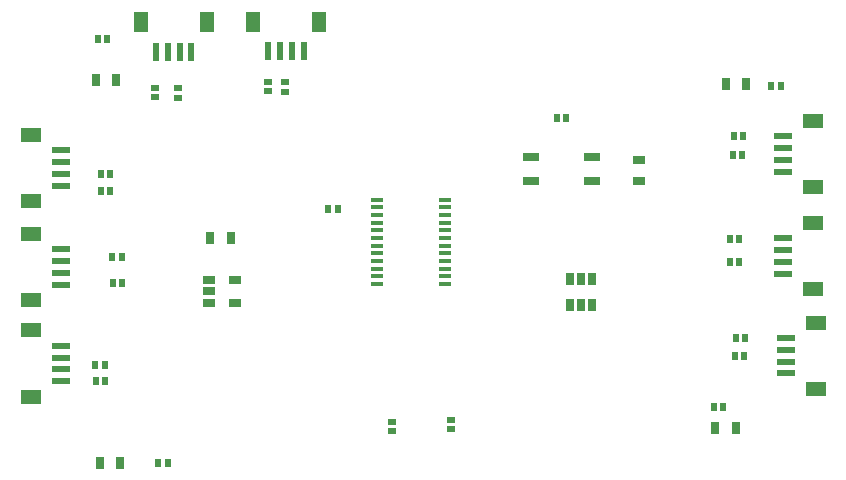
<source format=gbr>
G04 #@! TF.GenerationSoftware,KiCad,Pcbnew,5.0.0-rc2-dev-unknown-e0e0687~62~ubuntu16.04.1*
G04 #@! TF.CreationDate,2018-03-18T12:22:30+01:00*
G04 #@! TF.ProjectId,GhostSensorBoard,47686F737453656E736F72426F617264,rev?*
G04 #@! TF.SameCoordinates,Original*
G04 #@! TF.FileFunction,Paste,Top*
G04 #@! TF.FilePolarity,Positive*
%FSLAX46Y46*%
G04 Gerber Fmt 4.6, Leading zero omitted, Abs format (unit mm)*
G04 Created by KiCad (PCBNEW 5.0.0-rc2-dev-unknown-e0e0687~62~ubuntu16.04.1) date Sun Mar 18 12:22:30 2018*
%MOMM*%
%LPD*%
G01*
G04 APERTURE LIST*
%ADD10R,1.000000X0.670000*%
%ADD11R,0.670000X1.000000*%
%ADD12R,0.575000X0.650000*%
%ADD13R,0.650000X0.575000*%
%ADD14R,1.450000X0.700000*%
%ADD15R,1.100000X0.400000*%
%ADD16R,1.200000X1.800000*%
%ADD17R,0.600000X1.550000*%
%ADD18R,1.550000X0.600000*%
%ADD19R,1.800000X1.200000*%
%ADD20R,1.060000X0.650000*%
%ADD21R,0.650000X1.060000*%
G04 APERTURE END LIST*
D10*
X172200000Y-93600000D03*
X172200000Y-91850000D03*
D11*
X135875000Y-98400000D03*
X137625000Y-98400000D03*
X128275000Y-117450000D03*
X126525000Y-117450000D03*
X126200000Y-85050000D03*
X127950000Y-85050000D03*
X180375000Y-114500000D03*
X178625000Y-114500000D03*
X179525000Y-85400000D03*
X181275000Y-85400000D03*
D12*
X145900000Y-95950000D03*
X146675000Y-95950000D03*
D13*
X133200000Y-85762500D03*
X133200000Y-86537500D03*
X131250000Y-86487500D03*
X131250000Y-85712500D03*
D12*
X126625000Y-93050000D03*
X127400000Y-93050000D03*
X127400000Y-94450000D03*
X126625000Y-94450000D03*
X128387500Y-100050000D03*
X127612500Y-100050000D03*
X127662500Y-102250000D03*
X128437500Y-102250000D03*
X126950000Y-109200000D03*
X126175000Y-109200000D03*
X126200000Y-110550000D03*
X126975000Y-110550000D03*
X181087500Y-108450000D03*
X180312500Y-108450000D03*
X180375000Y-106900000D03*
X181150000Y-106900000D03*
X180650000Y-100450000D03*
X179875000Y-100450000D03*
X179875000Y-98550000D03*
X180650000Y-98550000D03*
X180900000Y-91400000D03*
X180125000Y-91400000D03*
X180212500Y-89800000D03*
X180987500Y-89800000D03*
D13*
X142250000Y-85262500D03*
X142250000Y-86037500D03*
X140800000Y-86025000D03*
X140800000Y-85250000D03*
D12*
X131512500Y-117500000D03*
X132287500Y-117500000D03*
X127137500Y-81550000D03*
X126362500Y-81550000D03*
X178512500Y-112700000D03*
X179287500Y-112700000D03*
X183412500Y-85600000D03*
X184187500Y-85600000D03*
X166025000Y-88300000D03*
X165250000Y-88300000D03*
D13*
X151300000Y-114787500D03*
X151300000Y-114012500D03*
X156300000Y-114625000D03*
X156300000Y-113850000D03*
D14*
X168180000Y-91600000D03*
X163020000Y-91600000D03*
X163020000Y-93600000D03*
X168180000Y-93600000D03*
D15*
X150050000Y-95175000D03*
X150050000Y-95825000D03*
X150050000Y-96475000D03*
X150050000Y-97125000D03*
X150050000Y-97775000D03*
X150050000Y-98425000D03*
X150050000Y-99075000D03*
X150050000Y-99725000D03*
X150050000Y-100375000D03*
X150050000Y-101025000D03*
X150050000Y-101675000D03*
X150050000Y-102325000D03*
X155750000Y-102325000D03*
X155750000Y-101675000D03*
X155750000Y-101025000D03*
X155750000Y-100375000D03*
X155750000Y-99725000D03*
X155750000Y-99075000D03*
X155750000Y-98425000D03*
X155750000Y-97775000D03*
X155750000Y-97125000D03*
X155750000Y-96475000D03*
X155750000Y-95825000D03*
X155750000Y-95175000D03*
D16*
X135600000Y-80150000D03*
X130000000Y-80150000D03*
D17*
X134300000Y-82675000D03*
X133300000Y-82675000D03*
X132300000Y-82675000D03*
X131300000Y-82675000D03*
D18*
X123225000Y-94000000D03*
X123225000Y-93000000D03*
X123225000Y-92000000D03*
X123225000Y-91000000D03*
D19*
X120700000Y-95300000D03*
X120700000Y-89700000D03*
X120750000Y-98100000D03*
X120750000Y-103700000D03*
D18*
X123275000Y-99400000D03*
X123275000Y-100400000D03*
X123275000Y-101400000D03*
X123275000Y-102400000D03*
X123275000Y-110550000D03*
X123275000Y-109550000D03*
X123275000Y-108550000D03*
X123275000Y-107550000D03*
D19*
X120750000Y-111850000D03*
X120750000Y-106250000D03*
X187150000Y-111200000D03*
X187150000Y-105600000D03*
D18*
X184625000Y-109900000D03*
X184625000Y-108900000D03*
X184625000Y-107900000D03*
X184625000Y-106900000D03*
X184425000Y-98450000D03*
X184425000Y-99450000D03*
X184425000Y-100450000D03*
X184425000Y-101450000D03*
D19*
X186950000Y-97150000D03*
X186950000Y-102750000D03*
X186950000Y-94100000D03*
X186950000Y-88500000D03*
D18*
X184425000Y-92800000D03*
X184425000Y-91800000D03*
X184425000Y-90800000D03*
X184425000Y-89800000D03*
D17*
X140800000Y-82625000D03*
X141800000Y-82625000D03*
X142800000Y-82625000D03*
X143800000Y-82625000D03*
D16*
X139500000Y-80100000D03*
X145100000Y-80100000D03*
D20*
X135750000Y-102000000D03*
X135750000Y-102950000D03*
X135750000Y-103900000D03*
X137950000Y-103900000D03*
X137950000Y-102000000D03*
D21*
X166350000Y-104100000D03*
X167300000Y-104100000D03*
X168250000Y-104100000D03*
X168250000Y-101900000D03*
X166350000Y-101900000D03*
X167300000Y-101900000D03*
M02*

</source>
